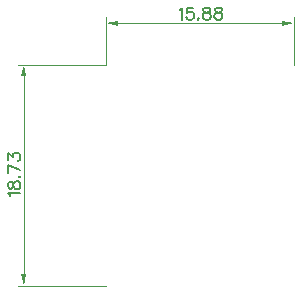
<source format=gbr>
G04 DipTrace 3.2.0.1*
G04 TopDimension.gbr*
%MOMM*%
G04 #@! TF.FileFunction,Drawing,Top*
G04 #@! TF.Part,Single*
%ADD13C,0.035*%
%ADD47C,0.15686*%
%FSLAX35Y35*%
G04*
G71*
G90*
G75*
G01*
G04 TopDimension*
%LPD*%
X158750Y3397250D2*
D13*
Y3796500D1*
X1746250Y3397250D2*
Y3796500D1*
X952500Y3746500D2*
X258750D1*
G36*
X158750D2*
X258750Y3766500D1*
Y3726500D1*
X158750Y3746500D1*
G37*
X952500D2*
D13*
X1646250D1*
G36*
X1746250D2*
X1646250Y3726500D1*
Y3766500D1*
X1746250Y3746500D1*
G37*
X158750Y3397250D2*
D13*
X-589750D1*
X158750Y1524000D2*
X-589750D1*
X-539750Y2460625D2*
Y3297250D1*
G36*
Y3397250D2*
X-519750Y3297250D1*
X-559750D1*
X-539750Y3397250D1*
G37*
Y2460625D2*
D13*
Y1624000D1*
G36*
Y1524000D2*
X-559750Y1624000D1*
X-519750D1*
X-539750Y1524000D1*
G37*
X778552Y3860061D2*
D47*
X788323Y3865003D1*
X802923Y3879491D1*
Y3777515D1*
X892583Y3879491D2*
X844066D1*
X839237Y3835803D1*
X844066Y3840632D1*
X858666Y3845574D1*
X873154D1*
X887754Y3840632D1*
X897524Y3830974D1*
X902354Y3816374D1*
Y3806715D1*
X897524Y3792115D1*
X887754Y3782345D1*
X873154Y3777515D1*
X858666D1*
X844066Y3782345D1*
X839237Y3787286D1*
X834295Y3796945D1*
X938555Y3787286D2*
X933726Y3782345D1*
X938555Y3777515D1*
X943497Y3782345D1*
X938555Y3787286D1*
X999128Y3879491D2*
X984640Y3874661D1*
X979699Y3865003D1*
Y3855232D1*
X984640Y3845574D1*
X994299Y3840632D1*
X1013728Y3835803D1*
X1028328Y3830974D1*
X1037986Y3821203D1*
X1042816Y3811545D1*
Y3796945D1*
X1037986Y3787286D1*
X1033157Y3782345D1*
X1018557Y3777515D1*
X999128D1*
X984640Y3782345D1*
X979699Y3787286D1*
X974870Y3796945D1*
Y3811545D1*
X979699Y3821203D1*
X989470Y3830974D1*
X1003957Y3835803D1*
X1023386Y3840632D1*
X1033157Y3845574D1*
X1037986Y3855232D1*
Y3865003D1*
X1033157Y3874661D1*
X1018557Y3879491D1*
X999128D1*
X1098447D2*
X1083959Y3874661D1*
X1079017Y3865003D1*
Y3855232D1*
X1083959Y3845574D1*
X1093617Y3840632D1*
X1113047Y3835803D1*
X1127647Y3830974D1*
X1137305Y3821203D1*
X1142134Y3811545D1*
Y3796945D1*
X1137305Y3787286D1*
X1132476Y3782345D1*
X1117876Y3777515D1*
X1098447D1*
X1083959Y3782345D1*
X1079017Y3787286D1*
X1074188Y3796945D1*
Y3811545D1*
X1079017Y3821203D1*
X1088788Y3830974D1*
X1103276Y3835803D1*
X1122705Y3840632D1*
X1132476Y3845574D1*
X1137305Y3855232D1*
Y3865003D1*
X1132476Y3874661D1*
X1117876Y3879491D1*
X1098447D1*
X-653311Y2286621D2*
X-658253Y2296392D1*
X-672741Y2310992D1*
X-570765D1*
X-672741Y2366623D2*
X-667911Y2352135D1*
X-658253Y2347193D1*
X-648482D1*
X-638824Y2352135D1*
X-633882Y2361793D1*
X-629053Y2381223D1*
X-624224Y2395823D1*
X-614453Y2405481D1*
X-604795Y2410310D1*
X-590195D1*
X-580536Y2405481D1*
X-575595Y2400652D1*
X-570765Y2386052D1*
Y2366623D1*
X-575595Y2352135D1*
X-580536Y2347193D1*
X-590195Y2342364D1*
X-604795D1*
X-614453Y2347193D1*
X-624224Y2356964D1*
X-629053Y2371452D1*
X-633882Y2390881D1*
X-638824Y2400652D1*
X-648482Y2405481D1*
X-658253D1*
X-667911Y2400652D1*
X-672741Y2386052D1*
Y2366623D1*
X-580536Y2446512D2*
X-575595Y2441683D1*
X-570765Y2446512D1*
X-575595Y2451454D1*
X-580536Y2446512D1*
X-570765Y2502255D2*
X-672741Y2550885D1*
Y2482826D1*
Y2592028D2*
Y2645374D1*
X-633882Y2616286D1*
Y2630886D1*
X-629053Y2640545D1*
X-624224Y2645374D1*
X-609624Y2650316D1*
X-599965D1*
X-585365Y2645374D1*
X-575595Y2635716D1*
X-570765Y2621116D1*
Y2606516D1*
X-575595Y2592028D1*
X-580536Y2587199D1*
X-590195Y2582257D1*
M02*

</source>
